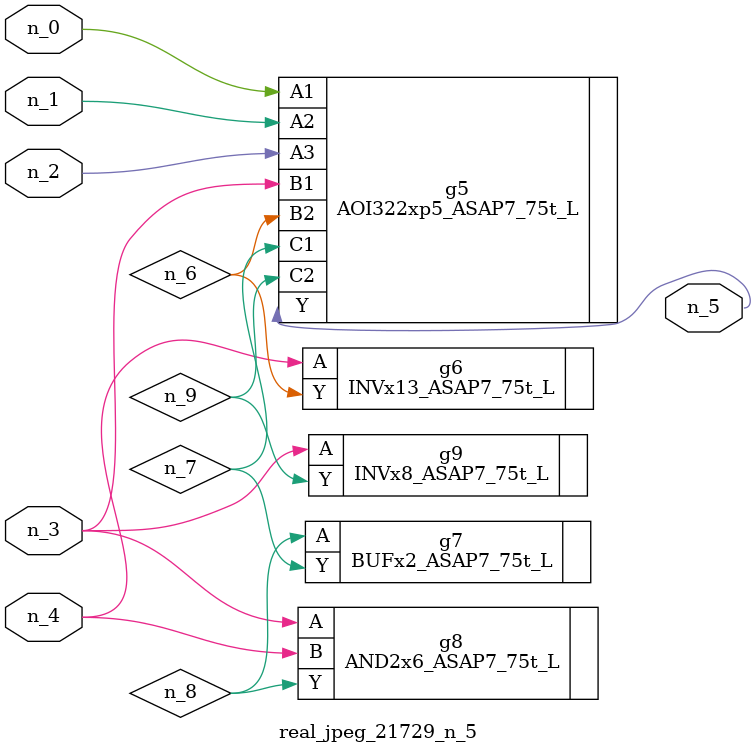
<source format=v>
module real_jpeg_21729_n_5 (n_4, n_0, n_1, n_2, n_3, n_5);

input n_4;
input n_0;
input n_1;
input n_2;
input n_3;

output n_5;

wire n_8;
wire n_6;
wire n_7;
wire n_9;

AOI322xp5_ASAP7_75t_L g5 ( 
.A1(n_0),
.A2(n_1),
.A3(n_2),
.B1(n_3),
.B2(n_6),
.C1(n_7),
.C2(n_9),
.Y(n_5)
);

AND2x6_ASAP7_75t_L g8 ( 
.A(n_3),
.B(n_4),
.Y(n_8)
);

INVx8_ASAP7_75t_L g9 ( 
.A(n_3),
.Y(n_9)
);

INVx13_ASAP7_75t_L g6 ( 
.A(n_4),
.Y(n_6)
);

BUFx2_ASAP7_75t_L g7 ( 
.A(n_8),
.Y(n_7)
);


endmodule
</source>
